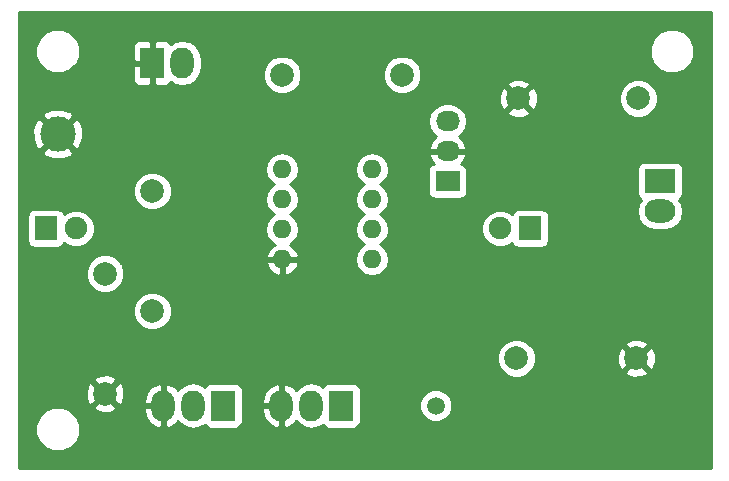
<source format=gbr>
G04 #@! TF.FileFunction,Copper,L2,Bot,Signal*
%FSLAX46Y46*%
G04 Gerber Fmt 4.6, Leading zero omitted, Abs format (unit mm)*
G04 Created by KiCad (PCBNEW 4.0.5+dfsg1-4) date Sat Jul  7 16:24:38 2018*
%MOMM*%
%LPD*%
G01*
G04 APERTURE LIST*
%ADD10C,0.100000*%
%ADD11R,1.900000X2.000000*%
%ADD12C,1.900000*%
%ADD13C,1.998980*%
%ADD14O,1.600000X1.600000*%
%ADD15R,2.000000X2.600000*%
%ADD16O,2.000000X2.600000*%
%ADD17R,2.600000X2.000000*%
%ADD18O,2.600000X2.000000*%
%ADD19C,3.000000*%
%ADD20C,1.500000*%
%ADD21R,2.032000X1.727200*%
%ADD22O,2.032000X1.727200*%
%ADD23C,0.254000*%
G04 APERTURE END LIST*
D10*
D11*
X149000000Y-120000000D03*
D12*
X151540000Y-120000000D03*
D13*
X158000000Y-127000000D03*
X158000000Y-116840000D03*
D14*
X169000000Y-115000000D03*
X169000000Y-117540000D03*
X169000000Y-120080000D03*
X169000000Y-122620000D03*
X176620000Y-122620000D03*
X176620000Y-120080000D03*
X176620000Y-117540000D03*
X176620000Y-115000000D03*
D11*
X190000000Y-120000000D03*
D12*
X187460000Y-120000000D03*
D15*
X164000000Y-135000000D03*
D16*
X161460000Y-135000000D03*
X158920000Y-135000000D03*
D15*
X174000000Y-135000000D03*
D16*
X171460000Y-135000000D03*
X168920000Y-135000000D03*
D15*
X158000000Y-106000000D03*
D16*
X160540000Y-106000000D03*
D17*
X201000000Y-116000000D03*
D18*
X201000000Y-118540000D03*
D19*
X150000000Y-112000000D03*
D20*
X182000000Y-135000000D03*
D21*
X183000000Y-116000000D03*
D22*
X183000000Y-113460000D03*
X183000000Y-110920000D03*
D13*
X199000000Y-131000000D03*
X188840000Y-131000000D03*
X189000000Y-109000000D03*
X199160000Y-109000000D03*
X154000000Y-134000000D03*
X154000000Y-123840000D03*
X169000000Y-107000000D03*
X179160000Y-107000000D03*
D23*
G36*
X205290000Y-140290000D02*
X146710000Y-140290000D01*
X146710000Y-137373305D01*
X148114674Y-137373305D01*
X148401043Y-138066372D01*
X148930839Y-138597093D01*
X149623405Y-138884672D01*
X150373305Y-138885326D01*
X151066372Y-138598957D01*
X151597093Y-138069161D01*
X151884672Y-137376595D01*
X151885326Y-136626695D01*
X151598957Y-135933628D01*
X151069161Y-135402907D01*
X150465304Y-135152163D01*
X153027443Y-135152163D01*
X153126042Y-135418965D01*
X153735582Y-135645401D01*
X154385377Y-135621341D01*
X154873958Y-135418965D01*
X154972557Y-135152163D01*
X154947395Y-135127000D01*
X157285000Y-135127000D01*
X157285000Y-135427000D01*
X157458058Y-136043020D01*
X157853683Y-136545922D01*
X158411645Y-136859144D01*
X158539566Y-136890124D01*
X158793000Y-136770777D01*
X158793000Y-135127000D01*
X157285000Y-135127000D01*
X154947395Y-135127000D01*
X154000000Y-134179605D01*
X153027443Y-135152163D01*
X150465304Y-135152163D01*
X150376595Y-135115328D01*
X149626695Y-135114674D01*
X148933628Y-135401043D01*
X148402907Y-135930839D01*
X148115328Y-136623405D01*
X148114674Y-137373305D01*
X146710000Y-137373305D01*
X146710000Y-133735582D01*
X152354599Y-133735582D01*
X152378659Y-134385377D01*
X152581035Y-134873958D01*
X152847837Y-134972557D01*
X153820395Y-134000000D01*
X154179605Y-134000000D01*
X155152163Y-134972557D01*
X155418965Y-134873958D01*
X155530766Y-134573000D01*
X157285000Y-134573000D01*
X157285000Y-134873000D01*
X158793000Y-134873000D01*
X158793000Y-133229223D01*
X159047000Y-133229223D01*
X159047000Y-134873000D01*
X159067000Y-134873000D01*
X159067000Y-135127000D01*
X159047000Y-135127000D01*
X159047000Y-136770777D01*
X159300434Y-136890124D01*
X159428355Y-136859144D01*
X159986317Y-136545922D01*
X160176781Y-136303812D01*
X160303880Y-136494029D01*
X160834313Y-136848452D01*
X161460000Y-136972909D01*
X162085687Y-136848452D01*
X162444192Y-136608907D01*
X162535910Y-136751441D01*
X162748110Y-136896431D01*
X163000000Y-136947440D01*
X165000000Y-136947440D01*
X165235317Y-136903162D01*
X165451441Y-136764090D01*
X165596431Y-136551890D01*
X165647440Y-136300000D01*
X165647440Y-135127000D01*
X167285000Y-135127000D01*
X167285000Y-135427000D01*
X167458058Y-136043020D01*
X167853683Y-136545922D01*
X168411645Y-136859144D01*
X168539566Y-136890124D01*
X168793000Y-136770777D01*
X168793000Y-135127000D01*
X167285000Y-135127000D01*
X165647440Y-135127000D01*
X165647440Y-134573000D01*
X167285000Y-134573000D01*
X167285000Y-134873000D01*
X168793000Y-134873000D01*
X168793000Y-133229223D01*
X169047000Y-133229223D01*
X169047000Y-134873000D01*
X169067000Y-134873000D01*
X169067000Y-135127000D01*
X169047000Y-135127000D01*
X169047000Y-136770777D01*
X169300434Y-136890124D01*
X169428355Y-136859144D01*
X169986317Y-136545922D01*
X170176781Y-136303812D01*
X170303880Y-136494029D01*
X170834313Y-136848452D01*
X171460000Y-136972909D01*
X172085687Y-136848452D01*
X172444192Y-136608907D01*
X172535910Y-136751441D01*
X172748110Y-136896431D01*
X173000000Y-136947440D01*
X175000000Y-136947440D01*
X175235317Y-136903162D01*
X175451441Y-136764090D01*
X175596431Y-136551890D01*
X175647440Y-136300000D01*
X175647440Y-135274285D01*
X180614760Y-135274285D01*
X180825169Y-135783515D01*
X181214436Y-136173461D01*
X181723298Y-136384759D01*
X182274285Y-136385240D01*
X182783515Y-136174831D01*
X183173461Y-135785564D01*
X183384759Y-135276702D01*
X183385240Y-134725715D01*
X183174831Y-134216485D01*
X182785564Y-133826539D01*
X182276702Y-133615241D01*
X181725715Y-133614760D01*
X181216485Y-133825169D01*
X180826539Y-134214436D01*
X180615241Y-134723298D01*
X180614760Y-135274285D01*
X175647440Y-135274285D01*
X175647440Y-133700000D01*
X175603162Y-133464683D01*
X175464090Y-133248559D01*
X175251890Y-133103569D01*
X175000000Y-133052560D01*
X173000000Y-133052560D01*
X172764683Y-133096838D01*
X172548559Y-133235910D01*
X172443049Y-133390329D01*
X172085687Y-133151548D01*
X171460000Y-133027091D01*
X170834313Y-133151548D01*
X170303880Y-133505971D01*
X170176781Y-133696188D01*
X169986317Y-133454078D01*
X169428355Y-133140856D01*
X169300434Y-133109876D01*
X169047000Y-133229223D01*
X168793000Y-133229223D01*
X168539566Y-133109876D01*
X168411645Y-133140856D01*
X167853683Y-133454078D01*
X167458058Y-133956980D01*
X167285000Y-134573000D01*
X165647440Y-134573000D01*
X165647440Y-133700000D01*
X165603162Y-133464683D01*
X165464090Y-133248559D01*
X165251890Y-133103569D01*
X165000000Y-133052560D01*
X163000000Y-133052560D01*
X162764683Y-133096838D01*
X162548559Y-133235910D01*
X162443049Y-133390329D01*
X162085687Y-133151548D01*
X161460000Y-133027091D01*
X160834313Y-133151548D01*
X160303880Y-133505971D01*
X160176781Y-133696188D01*
X159986317Y-133454078D01*
X159428355Y-133140856D01*
X159300434Y-133109876D01*
X159047000Y-133229223D01*
X158793000Y-133229223D01*
X158539566Y-133109876D01*
X158411645Y-133140856D01*
X157853683Y-133454078D01*
X157458058Y-133956980D01*
X157285000Y-134573000D01*
X155530766Y-134573000D01*
X155645401Y-134264418D01*
X155621341Y-133614623D01*
X155418965Y-133126042D01*
X155152163Y-133027443D01*
X154179605Y-134000000D01*
X153820395Y-134000000D01*
X152847837Y-133027443D01*
X152581035Y-133126042D01*
X152354599Y-133735582D01*
X146710000Y-133735582D01*
X146710000Y-132847837D01*
X153027443Y-132847837D01*
X154000000Y-133820395D01*
X154972557Y-132847837D01*
X154873958Y-132581035D01*
X154264418Y-132354599D01*
X153614623Y-132378659D01*
X153126042Y-132581035D01*
X153027443Y-132847837D01*
X146710000Y-132847837D01*
X146710000Y-131323694D01*
X187205226Y-131323694D01*
X187453538Y-131924655D01*
X187912927Y-132384846D01*
X188513453Y-132634206D01*
X189163694Y-132634774D01*
X189764655Y-132386462D01*
X189999363Y-132152163D01*
X198027443Y-132152163D01*
X198126042Y-132418965D01*
X198735582Y-132645401D01*
X199385377Y-132621341D01*
X199873958Y-132418965D01*
X199972557Y-132152163D01*
X199000000Y-131179605D01*
X198027443Y-132152163D01*
X189999363Y-132152163D01*
X190224846Y-131927073D01*
X190474206Y-131326547D01*
X190474722Y-130735582D01*
X197354599Y-130735582D01*
X197378659Y-131385377D01*
X197581035Y-131873958D01*
X197847837Y-131972557D01*
X198820395Y-131000000D01*
X199179605Y-131000000D01*
X200152163Y-131972557D01*
X200418965Y-131873958D01*
X200645401Y-131264418D01*
X200621341Y-130614623D01*
X200418965Y-130126042D01*
X200152163Y-130027443D01*
X199179605Y-131000000D01*
X198820395Y-131000000D01*
X197847837Y-130027443D01*
X197581035Y-130126042D01*
X197354599Y-130735582D01*
X190474722Y-130735582D01*
X190474774Y-130676306D01*
X190226462Y-130075345D01*
X189999351Y-129847837D01*
X198027443Y-129847837D01*
X199000000Y-130820395D01*
X199972557Y-129847837D01*
X199873958Y-129581035D01*
X199264418Y-129354599D01*
X198614623Y-129378659D01*
X198126042Y-129581035D01*
X198027443Y-129847837D01*
X189999351Y-129847837D01*
X189767073Y-129615154D01*
X189166547Y-129365794D01*
X188516306Y-129365226D01*
X187915345Y-129613538D01*
X187455154Y-130072927D01*
X187205794Y-130673453D01*
X187205226Y-131323694D01*
X146710000Y-131323694D01*
X146710000Y-127323694D01*
X156365226Y-127323694D01*
X156613538Y-127924655D01*
X157072927Y-128384846D01*
X157673453Y-128634206D01*
X158323694Y-128634774D01*
X158924655Y-128386462D01*
X159384846Y-127927073D01*
X159634206Y-127326547D01*
X159634774Y-126676306D01*
X159386462Y-126075345D01*
X158927073Y-125615154D01*
X158326547Y-125365794D01*
X157676306Y-125365226D01*
X157075345Y-125613538D01*
X156615154Y-126072927D01*
X156365794Y-126673453D01*
X156365226Y-127323694D01*
X146710000Y-127323694D01*
X146710000Y-124163694D01*
X152365226Y-124163694D01*
X152613538Y-124764655D01*
X153072927Y-125224846D01*
X153673453Y-125474206D01*
X154323694Y-125474774D01*
X154924655Y-125226462D01*
X155384846Y-124767073D01*
X155634206Y-124166547D01*
X155634774Y-123516306D01*
X155408648Y-122969039D01*
X167608096Y-122969039D01*
X167768959Y-123357423D01*
X168144866Y-123772389D01*
X168650959Y-124011914D01*
X168873000Y-123890629D01*
X168873000Y-122747000D01*
X169127000Y-122747000D01*
X169127000Y-123890629D01*
X169349041Y-124011914D01*
X169855134Y-123772389D01*
X170231041Y-123357423D01*
X170391904Y-122969039D01*
X170269915Y-122747000D01*
X169127000Y-122747000D01*
X168873000Y-122747000D01*
X167730085Y-122747000D01*
X167608096Y-122969039D01*
X155408648Y-122969039D01*
X155386462Y-122915345D01*
X154927073Y-122455154D01*
X154326547Y-122205794D01*
X153676306Y-122205226D01*
X153075345Y-122453538D01*
X152615154Y-122912927D01*
X152365794Y-123513453D01*
X152365226Y-124163694D01*
X146710000Y-124163694D01*
X146710000Y-119000000D01*
X147402560Y-119000000D01*
X147402560Y-121000000D01*
X147446838Y-121235317D01*
X147585910Y-121451441D01*
X147798110Y-121596431D01*
X148050000Y-121647440D01*
X149950000Y-121647440D01*
X150185317Y-121603162D01*
X150401441Y-121464090D01*
X150546431Y-121251890D01*
X150547055Y-121248808D01*
X150640997Y-121342914D01*
X151223341Y-121584724D01*
X151853893Y-121585275D01*
X152436657Y-121344481D01*
X152882914Y-120899003D01*
X153124724Y-120316659D01*
X153125275Y-119686107D01*
X152884481Y-119103343D01*
X152439003Y-118657086D01*
X151856659Y-118415276D01*
X151226107Y-118414725D01*
X150643343Y-118655519D01*
X150545663Y-118753029D01*
X150414090Y-118548559D01*
X150201890Y-118403569D01*
X149950000Y-118352560D01*
X148050000Y-118352560D01*
X147814683Y-118396838D01*
X147598559Y-118535910D01*
X147453569Y-118748110D01*
X147402560Y-119000000D01*
X146710000Y-119000000D01*
X146710000Y-117163694D01*
X156365226Y-117163694D01*
X156613538Y-117764655D01*
X157072927Y-118224846D01*
X157673453Y-118474206D01*
X158323694Y-118474774D01*
X158924655Y-118226462D01*
X159384846Y-117767073D01*
X159634206Y-117166547D01*
X159634774Y-116516306D01*
X159386462Y-115915345D01*
X158927073Y-115455154D01*
X158326547Y-115205794D01*
X157676306Y-115205226D01*
X157075345Y-115453538D01*
X156615154Y-115912927D01*
X156365794Y-116513453D01*
X156365226Y-117163694D01*
X146710000Y-117163694D01*
X146710000Y-115000000D01*
X167536887Y-115000000D01*
X167646120Y-115549151D01*
X167957189Y-116014698D01*
X168339275Y-116270000D01*
X167957189Y-116525302D01*
X167646120Y-116990849D01*
X167536887Y-117540000D01*
X167646120Y-118089151D01*
X167957189Y-118554698D01*
X168339275Y-118810000D01*
X167957189Y-119065302D01*
X167646120Y-119530849D01*
X167536887Y-120080000D01*
X167646120Y-120629151D01*
X167957189Y-121094698D01*
X168361703Y-121364986D01*
X168144866Y-121467611D01*
X167768959Y-121882577D01*
X167608096Y-122270961D01*
X167730085Y-122493000D01*
X168873000Y-122493000D01*
X168873000Y-122473000D01*
X169127000Y-122473000D01*
X169127000Y-122493000D01*
X170269915Y-122493000D01*
X170391904Y-122270961D01*
X170231041Y-121882577D01*
X169855134Y-121467611D01*
X169638297Y-121364986D01*
X170042811Y-121094698D01*
X170353880Y-120629151D01*
X170463113Y-120080000D01*
X170353880Y-119530849D01*
X170042811Y-119065302D01*
X169660725Y-118810000D01*
X170042811Y-118554698D01*
X170353880Y-118089151D01*
X170463113Y-117540000D01*
X170353880Y-116990849D01*
X170042811Y-116525302D01*
X169660725Y-116270000D01*
X170042811Y-116014698D01*
X170353880Y-115549151D01*
X170463113Y-115000000D01*
X175156887Y-115000000D01*
X175266120Y-115549151D01*
X175577189Y-116014698D01*
X175959275Y-116270000D01*
X175577189Y-116525302D01*
X175266120Y-116990849D01*
X175156887Y-117540000D01*
X175266120Y-118089151D01*
X175577189Y-118554698D01*
X175959275Y-118810000D01*
X175577189Y-119065302D01*
X175266120Y-119530849D01*
X175156887Y-120080000D01*
X175266120Y-120629151D01*
X175577189Y-121094698D01*
X175959275Y-121350000D01*
X175577189Y-121605302D01*
X175266120Y-122070849D01*
X175156887Y-122620000D01*
X175266120Y-123169151D01*
X175577189Y-123634698D01*
X176042736Y-123945767D01*
X176591887Y-124055000D01*
X176648113Y-124055000D01*
X177197264Y-123945767D01*
X177662811Y-123634698D01*
X177973880Y-123169151D01*
X178083113Y-122620000D01*
X177973880Y-122070849D01*
X177662811Y-121605302D01*
X177280725Y-121350000D01*
X177662811Y-121094698D01*
X177973880Y-120629151D01*
X178036588Y-120313893D01*
X185874725Y-120313893D01*
X186115519Y-120896657D01*
X186560997Y-121342914D01*
X187143341Y-121584724D01*
X187773893Y-121585275D01*
X188356657Y-121344481D01*
X188454337Y-121246971D01*
X188585910Y-121451441D01*
X188798110Y-121596431D01*
X189050000Y-121647440D01*
X190950000Y-121647440D01*
X191185317Y-121603162D01*
X191401441Y-121464090D01*
X191546431Y-121251890D01*
X191597440Y-121000000D01*
X191597440Y-119000000D01*
X191553162Y-118764683D01*
X191414090Y-118548559D01*
X191401564Y-118540000D01*
X199027091Y-118540000D01*
X199151548Y-119165687D01*
X199505971Y-119696120D01*
X200036404Y-120050543D01*
X200662091Y-120175000D01*
X201337909Y-120175000D01*
X201963596Y-120050543D01*
X202494029Y-119696120D01*
X202848452Y-119165687D01*
X202972909Y-118540000D01*
X202848452Y-117914313D01*
X202608907Y-117555808D01*
X202751441Y-117464090D01*
X202896431Y-117251890D01*
X202947440Y-117000000D01*
X202947440Y-115000000D01*
X202903162Y-114764683D01*
X202764090Y-114548559D01*
X202551890Y-114403569D01*
X202300000Y-114352560D01*
X199700000Y-114352560D01*
X199464683Y-114396838D01*
X199248559Y-114535910D01*
X199103569Y-114748110D01*
X199052560Y-115000000D01*
X199052560Y-117000000D01*
X199096838Y-117235317D01*
X199235910Y-117451441D01*
X199390329Y-117556951D01*
X199151548Y-117914313D01*
X199027091Y-118540000D01*
X191401564Y-118540000D01*
X191201890Y-118403569D01*
X190950000Y-118352560D01*
X189050000Y-118352560D01*
X188814683Y-118396838D01*
X188598559Y-118535910D01*
X188453569Y-118748110D01*
X188452945Y-118751192D01*
X188359003Y-118657086D01*
X187776659Y-118415276D01*
X187146107Y-118414725D01*
X186563343Y-118655519D01*
X186117086Y-119100997D01*
X185875276Y-119683341D01*
X185874725Y-120313893D01*
X178036588Y-120313893D01*
X178083113Y-120080000D01*
X177973880Y-119530849D01*
X177662811Y-119065302D01*
X177280725Y-118810000D01*
X177662811Y-118554698D01*
X177973880Y-118089151D01*
X178083113Y-117540000D01*
X177973880Y-116990849D01*
X177662811Y-116525302D01*
X177280725Y-116270000D01*
X177662811Y-116014698D01*
X177973880Y-115549151D01*
X178055981Y-115136400D01*
X181336560Y-115136400D01*
X181336560Y-116863600D01*
X181380838Y-117098917D01*
X181519910Y-117315041D01*
X181732110Y-117460031D01*
X181984000Y-117511040D01*
X184016000Y-117511040D01*
X184251317Y-117466762D01*
X184467441Y-117327690D01*
X184612431Y-117115490D01*
X184663440Y-116863600D01*
X184663440Y-115136400D01*
X184619162Y-114901083D01*
X184480090Y-114684959D01*
X184267890Y-114539969D01*
X184173073Y-114520768D01*
X184350732Y-114362036D01*
X184604709Y-113834791D01*
X184607358Y-113819026D01*
X184486217Y-113587000D01*
X183127000Y-113587000D01*
X183127000Y-113607000D01*
X182873000Y-113607000D01*
X182873000Y-113587000D01*
X181513783Y-113587000D01*
X181392642Y-113819026D01*
X181395291Y-113834791D01*
X181649268Y-114362036D01*
X181824845Y-114518907D01*
X181748683Y-114533238D01*
X181532559Y-114672310D01*
X181387569Y-114884510D01*
X181336560Y-115136400D01*
X178055981Y-115136400D01*
X178083113Y-115000000D01*
X177973880Y-114450849D01*
X177662811Y-113985302D01*
X177197264Y-113674233D01*
X176648113Y-113565000D01*
X176591887Y-113565000D01*
X176042736Y-113674233D01*
X175577189Y-113985302D01*
X175266120Y-114450849D01*
X175156887Y-115000000D01*
X170463113Y-115000000D01*
X170353880Y-114450849D01*
X170042811Y-113985302D01*
X169577264Y-113674233D01*
X169028113Y-113565000D01*
X168971887Y-113565000D01*
X168422736Y-113674233D01*
X167957189Y-113985302D01*
X167646120Y-114450849D01*
X167536887Y-115000000D01*
X146710000Y-115000000D01*
X146710000Y-113513970D01*
X148665635Y-113513970D01*
X148825418Y-113832739D01*
X149616187Y-114142723D01*
X150465387Y-114126497D01*
X151174582Y-113832739D01*
X151334365Y-113513970D01*
X150000000Y-112179605D01*
X148665635Y-113513970D01*
X146710000Y-113513970D01*
X146710000Y-111616187D01*
X147857277Y-111616187D01*
X147873503Y-112465387D01*
X148167261Y-113174582D01*
X148486030Y-113334365D01*
X149820395Y-112000000D01*
X150179605Y-112000000D01*
X151513970Y-113334365D01*
X151832739Y-113174582D01*
X152142723Y-112383813D01*
X152126497Y-111534613D01*
X151871917Y-110920000D01*
X181316655Y-110920000D01*
X181430729Y-111493489D01*
X181755585Y-111979670D01*
X182065069Y-112186461D01*
X181649268Y-112557964D01*
X181395291Y-113085209D01*
X181392642Y-113100974D01*
X181513783Y-113333000D01*
X182873000Y-113333000D01*
X182873000Y-113313000D01*
X183127000Y-113313000D01*
X183127000Y-113333000D01*
X184486217Y-113333000D01*
X184607358Y-113100974D01*
X184604709Y-113085209D01*
X184350732Y-112557964D01*
X183934931Y-112186461D01*
X184244415Y-111979670D01*
X184569271Y-111493489D01*
X184683345Y-110920000D01*
X184569271Y-110346511D01*
X184439412Y-110152163D01*
X188027443Y-110152163D01*
X188126042Y-110418965D01*
X188735582Y-110645401D01*
X189385377Y-110621341D01*
X189873958Y-110418965D01*
X189972557Y-110152163D01*
X189000000Y-109179605D01*
X188027443Y-110152163D01*
X184439412Y-110152163D01*
X184244415Y-109860330D01*
X183758234Y-109535474D01*
X183184745Y-109421400D01*
X182815255Y-109421400D01*
X182241766Y-109535474D01*
X181755585Y-109860330D01*
X181430729Y-110346511D01*
X181316655Y-110920000D01*
X151871917Y-110920000D01*
X151832739Y-110825418D01*
X151513970Y-110665635D01*
X150179605Y-112000000D01*
X149820395Y-112000000D01*
X148486030Y-110665635D01*
X148167261Y-110825418D01*
X147857277Y-111616187D01*
X146710000Y-111616187D01*
X146710000Y-110486030D01*
X148665635Y-110486030D01*
X150000000Y-111820395D01*
X151334365Y-110486030D01*
X151174582Y-110167261D01*
X150383813Y-109857277D01*
X149534613Y-109873503D01*
X148825418Y-110167261D01*
X148665635Y-110486030D01*
X146710000Y-110486030D01*
X146710000Y-108735582D01*
X187354599Y-108735582D01*
X187378659Y-109385377D01*
X187581035Y-109873958D01*
X187847837Y-109972557D01*
X188820395Y-109000000D01*
X189179605Y-109000000D01*
X190152163Y-109972557D01*
X190418965Y-109873958D01*
X190623380Y-109323694D01*
X197525226Y-109323694D01*
X197773538Y-109924655D01*
X198232927Y-110384846D01*
X198833453Y-110634206D01*
X199483694Y-110634774D01*
X200084655Y-110386462D01*
X200544846Y-109927073D01*
X200794206Y-109326547D01*
X200794774Y-108676306D01*
X200546462Y-108075345D01*
X200087073Y-107615154D01*
X199486547Y-107365794D01*
X198836306Y-107365226D01*
X198235345Y-107613538D01*
X197775154Y-108072927D01*
X197525794Y-108673453D01*
X197525226Y-109323694D01*
X190623380Y-109323694D01*
X190645401Y-109264418D01*
X190621341Y-108614623D01*
X190418965Y-108126042D01*
X190152163Y-108027443D01*
X189179605Y-109000000D01*
X188820395Y-109000000D01*
X187847837Y-108027443D01*
X187581035Y-108126042D01*
X187354599Y-108735582D01*
X146710000Y-108735582D01*
X146710000Y-105373305D01*
X148114674Y-105373305D01*
X148401043Y-106066372D01*
X148930839Y-106597093D01*
X149623405Y-106884672D01*
X150373305Y-106885326D01*
X151066372Y-106598957D01*
X151380125Y-106285750D01*
X156365000Y-106285750D01*
X156365000Y-107426310D01*
X156461673Y-107659699D01*
X156640302Y-107838327D01*
X156873691Y-107935000D01*
X157714250Y-107935000D01*
X157873000Y-107776250D01*
X157873000Y-106127000D01*
X156523750Y-106127000D01*
X156365000Y-106285750D01*
X151380125Y-106285750D01*
X151597093Y-106069161D01*
X151884672Y-105376595D01*
X151885326Y-104626695D01*
X151863425Y-104573690D01*
X156365000Y-104573690D01*
X156365000Y-105714250D01*
X156523750Y-105873000D01*
X157873000Y-105873000D01*
X157873000Y-104223750D01*
X158127000Y-104223750D01*
X158127000Y-105873000D01*
X158147000Y-105873000D01*
X158147000Y-106127000D01*
X158127000Y-106127000D01*
X158127000Y-107776250D01*
X158285750Y-107935000D01*
X159126309Y-107935000D01*
X159359698Y-107838327D01*
X159538327Y-107659699D01*
X159558594Y-107610769D01*
X159914313Y-107848452D01*
X160540000Y-107972909D01*
X161165687Y-107848452D01*
X161696120Y-107494029D01*
X161809933Y-107323694D01*
X167365226Y-107323694D01*
X167613538Y-107924655D01*
X168072927Y-108384846D01*
X168673453Y-108634206D01*
X169323694Y-108634774D01*
X169924655Y-108386462D01*
X170384846Y-107927073D01*
X170634206Y-107326547D01*
X170634208Y-107323694D01*
X177525226Y-107323694D01*
X177773538Y-107924655D01*
X178232927Y-108384846D01*
X178833453Y-108634206D01*
X179483694Y-108634774D01*
X180084655Y-108386462D01*
X180544846Y-107927073D01*
X180577747Y-107847837D01*
X188027443Y-107847837D01*
X189000000Y-108820395D01*
X189972557Y-107847837D01*
X189873958Y-107581035D01*
X189264418Y-107354599D01*
X188614623Y-107378659D01*
X188126042Y-107581035D01*
X188027443Y-107847837D01*
X180577747Y-107847837D01*
X180794206Y-107326547D01*
X180794774Y-106676306D01*
X180546462Y-106075345D01*
X180087073Y-105615154D01*
X179504636Y-105373305D01*
X200114674Y-105373305D01*
X200401043Y-106066372D01*
X200930839Y-106597093D01*
X201623405Y-106884672D01*
X202373305Y-106885326D01*
X203066372Y-106598957D01*
X203597093Y-106069161D01*
X203884672Y-105376595D01*
X203885326Y-104626695D01*
X203598957Y-103933628D01*
X203069161Y-103402907D01*
X202376595Y-103115328D01*
X201626695Y-103114674D01*
X200933628Y-103401043D01*
X200402907Y-103930839D01*
X200115328Y-104623405D01*
X200114674Y-105373305D01*
X179504636Y-105373305D01*
X179486547Y-105365794D01*
X178836306Y-105365226D01*
X178235345Y-105613538D01*
X177775154Y-106072927D01*
X177525794Y-106673453D01*
X177525226Y-107323694D01*
X170634208Y-107323694D01*
X170634774Y-106676306D01*
X170386462Y-106075345D01*
X169927073Y-105615154D01*
X169326547Y-105365794D01*
X168676306Y-105365226D01*
X168075345Y-105613538D01*
X167615154Y-106072927D01*
X167365794Y-106673453D01*
X167365226Y-107323694D01*
X161809933Y-107323694D01*
X162050543Y-106963596D01*
X162175000Y-106337909D01*
X162175000Y-105662091D01*
X162050543Y-105036404D01*
X161696120Y-104505971D01*
X161165687Y-104151548D01*
X160540000Y-104027091D01*
X159914313Y-104151548D01*
X159558594Y-104389231D01*
X159538327Y-104340301D01*
X159359698Y-104161673D01*
X159126309Y-104065000D01*
X158285750Y-104065000D01*
X158127000Y-104223750D01*
X157873000Y-104223750D01*
X157714250Y-104065000D01*
X156873691Y-104065000D01*
X156640302Y-104161673D01*
X156461673Y-104340301D01*
X156365000Y-104573690D01*
X151863425Y-104573690D01*
X151598957Y-103933628D01*
X151069161Y-103402907D01*
X150376595Y-103115328D01*
X149626695Y-103114674D01*
X148933628Y-103401043D01*
X148402907Y-103930839D01*
X148115328Y-104623405D01*
X148114674Y-105373305D01*
X146710000Y-105373305D01*
X146710000Y-101710000D01*
X205290000Y-101710000D01*
X205290000Y-140290000D01*
X205290000Y-140290000D01*
G37*
X205290000Y-140290000D02*
X146710000Y-140290000D01*
X146710000Y-137373305D01*
X148114674Y-137373305D01*
X148401043Y-138066372D01*
X148930839Y-138597093D01*
X149623405Y-138884672D01*
X150373305Y-138885326D01*
X151066372Y-138598957D01*
X151597093Y-138069161D01*
X151884672Y-137376595D01*
X151885326Y-136626695D01*
X151598957Y-135933628D01*
X151069161Y-135402907D01*
X150465304Y-135152163D01*
X153027443Y-135152163D01*
X153126042Y-135418965D01*
X153735582Y-135645401D01*
X154385377Y-135621341D01*
X154873958Y-135418965D01*
X154972557Y-135152163D01*
X154947395Y-135127000D01*
X157285000Y-135127000D01*
X157285000Y-135427000D01*
X157458058Y-136043020D01*
X157853683Y-136545922D01*
X158411645Y-136859144D01*
X158539566Y-136890124D01*
X158793000Y-136770777D01*
X158793000Y-135127000D01*
X157285000Y-135127000D01*
X154947395Y-135127000D01*
X154000000Y-134179605D01*
X153027443Y-135152163D01*
X150465304Y-135152163D01*
X150376595Y-135115328D01*
X149626695Y-135114674D01*
X148933628Y-135401043D01*
X148402907Y-135930839D01*
X148115328Y-136623405D01*
X148114674Y-137373305D01*
X146710000Y-137373305D01*
X146710000Y-133735582D01*
X152354599Y-133735582D01*
X152378659Y-134385377D01*
X152581035Y-134873958D01*
X152847837Y-134972557D01*
X153820395Y-134000000D01*
X154179605Y-134000000D01*
X155152163Y-134972557D01*
X155418965Y-134873958D01*
X155530766Y-134573000D01*
X157285000Y-134573000D01*
X157285000Y-134873000D01*
X158793000Y-134873000D01*
X158793000Y-133229223D01*
X159047000Y-133229223D01*
X159047000Y-134873000D01*
X159067000Y-134873000D01*
X159067000Y-135127000D01*
X159047000Y-135127000D01*
X159047000Y-136770777D01*
X159300434Y-136890124D01*
X159428355Y-136859144D01*
X159986317Y-136545922D01*
X160176781Y-136303812D01*
X160303880Y-136494029D01*
X160834313Y-136848452D01*
X161460000Y-136972909D01*
X162085687Y-136848452D01*
X162444192Y-136608907D01*
X162535910Y-136751441D01*
X162748110Y-136896431D01*
X163000000Y-136947440D01*
X165000000Y-136947440D01*
X165235317Y-136903162D01*
X165451441Y-136764090D01*
X165596431Y-136551890D01*
X165647440Y-136300000D01*
X165647440Y-135127000D01*
X167285000Y-135127000D01*
X167285000Y-135427000D01*
X167458058Y-136043020D01*
X167853683Y-136545922D01*
X168411645Y-136859144D01*
X168539566Y-136890124D01*
X168793000Y-136770777D01*
X168793000Y-135127000D01*
X167285000Y-135127000D01*
X165647440Y-135127000D01*
X165647440Y-134573000D01*
X167285000Y-134573000D01*
X167285000Y-134873000D01*
X168793000Y-134873000D01*
X168793000Y-133229223D01*
X169047000Y-133229223D01*
X169047000Y-134873000D01*
X169067000Y-134873000D01*
X169067000Y-135127000D01*
X169047000Y-135127000D01*
X169047000Y-136770777D01*
X169300434Y-136890124D01*
X169428355Y-136859144D01*
X169986317Y-136545922D01*
X170176781Y-136303812D01*
X170303880Y-136494029D01*
X170834313Y-136848452D01*
X171460000Y-136972909D01*
X172085687Y-136848452D01*
X172444192Y-136608907D01*
X172535910Y-136751441D01*
X172748110Y-136896431D01*
X173000000Y-136947440D01*
X175000000Y-136947440D01*
X175235317Y-136903162D01*
X175451441Y-136764090D01*
X175596431Y-136551890D01*
X175647440Y-136300000D01*
X175647440Y-135274285D01*
X180614760Y-135274285D01*
X180825169Y-135783515D01*
X181214436Y-136173461D01*
X181723298Y-136384759D01*
X182274285Y-136385240D01*
X182783515Y-136174831D01*
X183173461Y-135785564D01*
X183384759Y-135276702D01*
X183385240Y-134725715D01*
X183174831Y-134216485D01*
X182785564Y-133826539D01*
X182276702Y-133615241D01*
X181725715Y-133614760D01*
X181216485Y-133825169D01*
X180826539Y-134214436D01*
X180615241Y-134723298D01*
X180614760Y-135274285D01*
X175647440Y-135274285D01*
X175647440Y-133700000D01*
X175603162Y-133464683D01*
X175464090Y-133248559D01*
X175251890Y-133103569D01*
X175000000Y-133052560D01*
X173000000Y-133052560D01*
X172764683Y-133096838D01*
X172548559Y-133235910D01*
X172443049Y-133390329D01*
X172085687Y-133151548D01*
X171460000Y-133027091D01*
X170834313Y-133151548D01*
X170303880Y-133505971D01*
X170176781Y-133696188D01*
X169986317Y-133454078D01*
X169428355Y-133140856D01*
X169300434Y-133109876D01*
X169047000Y-133229223D01*
X168793000Y-133229223D01*
X168539566Y-133109876D01*
X168411645Y-133140856D01*
X167853683Y-133454078D01*
X167458058Y-133956980D01*
X167285000Y-134573000D01*
X165647440Y-134573000D01*
X165647440Y-133700000D01*
X165603162Y-133464683D01*
X165464090Y-133248559D01*
X165251890Y-133103569D01*
X165000000Y-133052560D01*
X163000000Y-133052560D01*
X162764683Y-133096838D01*
X162548559Y-133235910D01*
X162443049Y-133390329D01*
X162085687Y-133151548D01*
X161460000Y-133027091D01*
X160834313Y-133151548D01*
X160303880Y-133505971D01*
X160176781Y-133696188D01*
X159986317Y-133454078D01*
X159428355Y-133140856D01*
X159300434Y-133109876D01*
X159047000Y-133229223D01*
X158793000Y-133229223D01*
X158539566Y-133109876D01*
X158411645Y-133140856D01*
X157853683Y-133454078D01*
X157458058Y-133956980D01*
X157285000Y-134573000D01*
X155530766Y-134573000D01*
X155645401Y-134264418D01*
X155621341Y-133614623D01*
X155418965Y-133126042D01*
X155152163Y-133027443D01*
X154179605Y-134000000D01*
X153820395Y-134000000D01*
X152847837Y-133027443D01*
X152581035Y-133126042D01*
X152354599Y-133735582D01*
X146710000Y-133735582D01*
X146710000Y-132847837D01*
X153027443Y-132847837D01*
X154000000Y-133820395D01*
X154972557Y-132847837D01*
X154873958Y-132581035D01*
X154264418Y-132354599D01*
X153614623Y-132378659D01*
X153126042Y-132581035D01*
X153027443Y-132847837D01*
X146710000Y-132847837D01*
X146710000Y-131323694D01*
X187205226Y-131323694D01*
X187453538Y-131924655D01*
X187912927Y-132384846D01*
X188513453Y-132634206D01*
X189163694Y-132634774D01*
X189764655Y-132386462D01*
X189999363Y-132152163D01*
X198027443Y-132152163D01*
X198126042Y-132418965D01*
X198735582Y-132645401D01*
X199385377Y-132621341D01*
X199873958Y-132418965D01*
X199972557Y-132152163D01*
X199000000Y-131179605D01*
X198027443Y-132152163D01*
X189999363Y-132152163D01*
X190224846Y-131927073D01*
X190474206Y-131326547D01*
X190474722Y-130735582D01*
X197354599Y-130735582D01*
X197378659Y-131385377D01*
X197581035Y-131873958D01*
X197847837Y-131972557D01*
X198820395Y-131000000D01*
X199179605Y-131000000D01*
X200152163Y-131972557D01*
X200418965Y-131873958D01*
X200645401Y-131264418D01*
X200621341Y-130614623D01*
X200418965Y-130126042D01*
X200152163Y-130027443D01*
X199179605Y-131000000D01*
X198820395Y-131000000D01*
X197847837Y-130027443D01*
X197581035Y-130126042D01*
X197354599Y-130735582D01*
X190474722Y-130735582D01*
X190474774Y-130676306D01*
X190226462Y-130075345D01*
X189999351Y-129847837D01*
X198027443Y-129847837D01*
X199000000Y-130820395D01*
X199972557Y-129847837D01*
X199873958Y-129581035D01*
X199264418Y-129354599D01*
X198614623Y-129378659D01*
X198126042Y-129581035D01*
X198027443Y-129847837D01*
X189999351Y-129847837D01*
X189767073Y-129615154D01*
X189166547Y-129365794D01*
X188516306Y-129365226D01*
X187915345Y-129613538D01*
X187455154Y-130072927D01*
X187205794Y-130673453D01*
X187205226Y-131323694D01*
X146710000Y-131323694D01*
X146710000Y-127323694D01*
X156365226Y-127323694D01*
X156613538Y-127924655D01*
X157072927Y-128384846D01*
X157673453Y-128634206D01*
X158323694Y-128634774D01*
X158924655Y-128386462D01*
X159384846Y-127927073D01*
X159634206Y-127326547D01*
X159634774Y-126676306D01*
X159386462Y-126075345D01*
X158927073Y-125615154D01*
X158326547Y-125365794D01*
X157676306Y-125365226D01*
X157075345Y-125613538D01*
X156615154Y-126072927D01*
X156365794Y-126673453D01*
X156365226Y-127323694D01*
X146710000Y-127323694D01*
X146710000Y-124163694D01*
X152365226Y-124163694D01*
X152613538Y-124764655D01*
X153072927Y-125224846D01*
X153673453Y-125474206D01*
X154323694Y-125474774D01*
X154924655Y-125226462D01*
X155384846Y-124767073D01*
X155634206Y-124166547D01*
X155634774Y-123516306D01*
X155408648Y-122969039D01*
X167608096Y-122969039D01*
X167768959Y-123357423D01*
X168144866Y-123772389D01*
X168650959Y-124011914D01*
X168873000Y-123890629D01*
X168873000Y-122747000D01*
X169127000Y-122747000D01*
X169127000Y-123890629D01*
X169349041Y-124011914D01*
X169855134Y-123772389D01*
X170231041Y-123357423D01*
X170391904Y-122969039D01*
X170269915Y-122747000D01*
X169127000Y-122747000D01*
X168873000Y-122747000D01*
X167730085Y-122747000D01*
X167608096Y-122969039D01*
X155408648Y-122969039D01*
X155386462Y-122915345D01*
X154927073Y-122455154D01*
X154326547Y-122205794D01*
X153676306Y-122205226D01*
X153075345Y-122453538D01*
X152615154Y-122912927D01*
X152365794Y-123513453D01*
X152365226Y-124163694D01*
X146710000Y-124163694D01*
X146710000Y-119000000D01*
X147402560Y-119000000D01*
X147402560Y-121000000D01*
X147446838Y-121235317D01*
X147585910Y-121451441D01*
X147798110Y-121596431D01*
X148050000Y-121647440D01*
X149950000Y-121647440D01*
X150185317Y-121603162D01*
X150401441Y-121464090D01*
X150546431Y-121251890D01*
X150547055Y-121248808D01*
X150640997Y-121342914D01*
X151223341Y-121584724D01*
X151853893Y-121585275D01*
X152436657Y-121344481D01*
X152882914Y-120899003D01*
X153124724Y-120316659D01*
X153125275Y-119686107D01*
X152884481Y-119103343D01*
X152439003Y-118657086D01*
X151856659Y-118415276D01*
X151226107Y-118414725D01*
X150643343Y-118655519D01*
X150545663Y-118753029D01*
X150414090Y-118548559D01*
X150201890Y-118403569D01*
X149950000Y-118352560D01*
X148050000Y-118352560D01*
X147814683Y-118396838D01*
X147598559Y-118535910D01*
X147453569Y-118748110D01*
X147402560Y-119000000D01*
X146710000Y-119000000D01*
X146710000Y-117163694D01*
X156365226Y-117163694D01*
X156613538Y-117764655D01*
X157072927Y-118224846D01*
X157673453Y-118474206D01*
X158323694Y-118474774D01*
X158924655Y-118226462D01*
X159384846Y-117767073D01*
X159634206Y-117166547D01*
X159634774Y-116516306D01*
X159386462Y-115915345D01*
X158927073Y-115455154D01*
X158326547Y-115205794D01*
X157676306Y-115205226D01*
X157075345Y-115453538D01*
X156615154Y-115912927D01*
X156365794Y-116513453D01*
X156365226Y-117163694D01*
X146710000Y-117163694D01*
X146710000Y-115000000D01*
X167536887Y-115000000D01*
X167646120Y-115549151D01*
X167957189Y-116014698D01*
X168339275Y-116270000D01*
X167957189Y-116525302D01*
X167646120Y-116990849D01*
X167536887Y-117540000D01*
X167646120Y-118089151D01*
X167957189Y-118554698D01*
X168339275Y-118810000D01*
X167957189Y-119065302D01*
X167646120Y-119530849D01*
X167536887Y-120080000D01*
X167646120Y-120629151D01*
X167957189Y-121094698D01*
X168361703Y-121364986D01*
X168144866Y-121467611D01*
X167768959Y-121882577D01*
X167608096Y-122270961D01*
X167730085Y-122493000D01*
X168873000Y-122493000D01*
X168873000Y-122473000D01*
X169127000Y-122473000D01*
X169127000Y-122493000D01*
X170269915Y-122493000D01*
X170391904Y-122270961D01*
X170231041Y-121882577D01*
X169855134Y-121467611D01*
X169638297Y-121364986D01*
X170042811Y-121094698D01*
X170353880Y-120629151D01*
X170463113Y-120080000D01*
X170353880Y-119530849D01*
X170042811Y-119065302D01*
X169660725Y-118810000D01*
X170042811Y-118554698D01*
X170353880Y-118089151D01*
X170463113Y-117540000D01*
X170353880Y-116990849D01*
X170042811Y-116525302D01*
X169660725Y-116270000D01*
X170042811Y-116014698D01*
X170353880Y-115549151D01*
X170463113Y-115000000D01*
X175156887Y-115000000D01*
X175266120Y-115549151D01*
X175577189Y-116014698D01*
X175959275Y-116270000D01*
X175577189Y-116525302D01*
X175266120Y-116990849D01*
X175156887Y-117540000D01*
X175266120Y-118089151D01*
X175577189Y-118554698D01*
X175959275Y-118810000D01*
X175577189Y-119065302D01*
X175266120Y-119530849D01*
X175156887Y-120080000D01*
X175266120Y-120629151D01*
X175577189Y-121094698D01*
X175959275Y-121350000D01*
X175577189Y-121605302D01*
X175266120Y-122070849D01*
X175156887Y-122620000D01*
X175266120Y-123169151D01*
X175577189Y-123634698D01*
X176042736Y-123945767D01*
X176591887Y-124055000D01*
X176648113Y-124055000D01*
X177197264Y-123945767D01*
X177662811Y-123634698D01*
X177973880Y-123169151D01*
X178083113Y-122620000D01*
X177973880Y-122070849D01*
X177662811Y-121605302D01*
X177280725Y-121350000D01*
X177662811Y-121094698D01*
X177973880Y-120629151D01*
X178036588Y-120313893D01*
X185874725Y-120313893D01*
X186115519Y-120896657D01*
X186560997Y-121342914D01*
X187143341Y-121584724D01*
X187773893Y-121585275D01*
X188356657Y-121344481D01*
X188454337Y-121246971D01*
X188585910Y-121451441D01*
X188798110Y-121596431D01*
X189050000Y-121647440D01*
X190950000Y-121647440D01*
X191185317Y-121603162D01*
X191401441Y-121464090D01*
X191546431Y-121251890D01*
X191597440Y-121000000D01*
X191597440Y-119000000D01*
X191553162Y-118764683D01*
X191414090Y-118548559D01*
X191401564Y-118540000D01*
X199027091Y-118540000D01*
X199151548Y-119165687D01*
X199505971Y-119696120D01*
X200036404Y-120050543D01*
X200662091Y-120175000D01*
X201337909Y-120175000D01*
X201963596Y-120050543D01*
X202494029Y-119696120D01*
X202848452Y-119165687D01*
X202972909Y-118540000D01*
X202848452Y-117914313D01*
X202608907Y-117555808D01*
X202751441Y-117464090D01*
X202896431Y-117251890D01*
X202947440Y-117000000D01*
X202947440Y-115000000D01*
X202903162Y-114764683D01*
X202764090Y-114548559D01*
X202551890Y-114403569D01*
X202300000Y-114352560D01*
X199700000Y-114352560D01*
X199464683Y-114396838D01*
X199248559Y-114535910D01*
X199103569Y-114748110D01*
X199052560Y-115000000D01*
X199052560Y-117000000D01*
X199096838Y-117235317D01*
X199235910Y-117451441D01*
X199390329Y-117556951D01*
X199151548Y-117914313D01*
X199027091Y-118540000D01*
X191401564Y-118540000D01*
X191201890Y-118403569D01*
X190950000Y-118352560D01*
X189050000Y-118352560D01*
X188814683Y-118396838D01*
X188598559Y-118535910D01*
X188453569Y-118748110D01*
X188452945Y-118751192D01*
X188359003Y-118657086D01*
X187776659Y-118415276D01*
X187146107Y-118414725D01*
X186563343Y-118655519D01*
X186117086Y-119100997D01*
X185875276Y-119683341D01*
X185874725Y-120313893D01*
X178036588Y-120313893D01*
X178083113Y-120080000D01*
X177973880Y-119530849D01*
X177662811Y-119065302D01*
X177280725Y-118810000D01*
X177662811Y-118554698D01*
X177973880Y-118089151D01*
X178083113Y-117540000D01*
X177973880Y-116990849D01*
X177662811Y-116525302D01*
X177280725Y-116270000D01*
X177662811Y-116014698D01*
X177973880Y-115549151D01*
X178055981Y-115136400D01*
X181336560Y-115136400D01*
X181336560Y-116863600D01*
X181380838Y-117098917D01*
X181519910Y-117315041D01*
X181732110Y-117460031D01*
X181984000Y-117511040D01*
X184016000Y-117511040D01*
X184251317Y-117466762D01*
X184467441Y-117327690D01*
X184612431Y-117115490D01*
X184663440Y-116863600D01*
X184663440Y-115136400D01*
X184619162Y-114901083D01*
X184480090Y-114684959D01*
X184267890Y-114539969D01*
X184173073Y-114520768D01*
X184350732Y-114362036D01*
X184604709Y-113834791D01*
X184607358Y-113819026D01*
X184486217Y-113587000D01*
X183127000Y-113587000D01*
X183127000Y-113607000D01*
X182873000Y-113607000D01*
X182873000Y-113587000D01*
X181513783Y-113587000D01*
X181392642Y-113819026D01*
X181395291Y-113834791D01*
X181649268Y-114362036D01*
X181824845Y-114518907D01*
X181748683Y-114533238D01*
X181532559Y-114672310D01*
X181387569Y-114884510D01*
X181336560Y-115136400D01*
X178055981Y-115136400D01*
X178083113Y-115000000D01*
X177973880Y-114450849D01*
X177662811Y-113985302D01*
X177197264Y-113674233D01*
X176648113Y-113565000D01*
X176591887Y-113565000D01*
X176042736Y-113674233D01*
X175577189Y-113985302D01*
X175266120Y-114450849D01*
X175156887Y-115000000D01*
X170463113Y-115000000D01*
X170353880Y-114450849D01*
X170042811Y-113985302D01*
X169577264Y-113674233D01*
X169028113Y-113565000D01*
X168971887Y-113565000D01*
X168422736Y-113674233D01*
X167957189Y-113985302D01*
X167646120Y-114450849D01*
X167536887Y-115000000D01*
X146710000Y-115000000D01*
X146710000Y-113513970D01*
X148665635Y-113513970D01*
X148825418Y-113832739D01*
X149616187Y-114142723D01*
X150465387Y-114126497D01*
X151174582Y-113832739D01*
X151334365Y-113513970D01*
X150000000Y-112179605D01*
X148665635Y-113513970D01*
X146710000Y-113513970D01*
X146710000Y-111616187D01*
X147857277Y-111616187D01*
X147873503Y-112465387D01*
X148167261Y-113174582D01*
X148486030Y-113334365D01*
X149820395Y-112000000D01*
X150179605Y-112000000D01*
X151513970Y-113334365D01*
X151832739Y-113174582D01*
X152142723Y-112383813D01*
X152126497Y-111534613D01*
X151871917Y-110920000D01*
X181316655Y-110920000D01*
X181430729Y-111493489D01*
X181755585Y-111979670D01*
X182065069Y-112186461D01*
X181649268Y-112557964D01*
X181395291Y-113085209D01*
X181392642Y-113100974D01*
X181513783Y-113333000D01*
X182873000Y-113333000D01*
X182873000Y-113313000D01*
X183127000Y-113313000D01*
X183127000Y-113333000D01*
X184486217Y-113333000D01*
X184607358Y-113100974D01*
X184604709Y-113085209D01*
X184350732Y-112557964D01*
X183934931Y-112186461D01*
X184244415Y-111979670D01*
X184569271Y-111493489D01*
X184683345Y-110920000D01*
X184569271Y-110346511D01*
X184439412Y-110152163D01*
X188027443Y-110152163D01*
X188126042Y-110418965D01*
X188735582Y-110645401D01*
X189385377Y-110621341D01*
X189873958Y-110418965D01*
X189972557Y-110152163D01*
X189000000Y-109179605D01*
X188027443Y-110152163D01*
X184439412Y-110152163D01*
X184244415Y-109860330D01*
X183758234Y-109535474D01*
X183184745Y-109421400D01*
X182815255Y-109421400D01*
X182241766Y-109535474D01*
X181755585Y-109860330D01*
X181430729Y-110346511D01*
X181316655Y-110920000D01*
X151871917Y-110920000D01*
X151832739Y-110825418D01*
X151513970Y-110665635D01*
X150179605Y-112000000D01*
X149820395Y-112000000D01*
X148486030Y-110665635D01*
X148167261Y-110825418D01*
X147857277Y-111616187D01*
X146710000Y-111616187D01*
X146710000Y-110486030D01*
X148665635Y-110486030D01*
X150000000Y-111820395D01*
X151334365Y-110486030D01*
X151174582Y-110167261D01*
X150383813Y-109857277D01*
X149534613Y-109873503D01*
X148825418Y-110167261D01*
X148665635Y-110486030D01*
X146710000Y-110486030D01*
X146710000Y-108735582D01*
X187354599Y-108735582D01*
X187378659Y-109385377D01*
X187581035Y-109873958D01*
X187847837Y-109972557D01*
X188820395Y-109000000D01*
X189179605Y-109000000D01*
X190152163Y-109972557D01*
X190418965Y-109873958D01*
X190623380Y-109323694D01*
X197525226Y-109323694D01*
X197773538Y-109924655D01*
X198232927Y-110384846D01*
X198833453Y-110634206D01*
X199483694Y-110634774D01*
X200084655Y-110386462D01*
X200544846Y-109927073D01*
X200794206Y-109326547D01*
X200794774Y-108676306D01*
X200546462Y-108075345D01*
X200087073Y-107615154D01*
X199486547Y-107365794D01*
X198836306Y-107365226D01*
X198235345Y-107613538D01*
X197775154Y-108072927D01*
X197525794Y-108673453D01*
X197525226Y-109323694D01*
X190623380Y-109323694D01*
X190645401Y-109264418D01*
X190621341Y-108614623D01*
X190418965Y-108126042D01*
X190152163Y-108027443D01*
X189179605Y-109000000D01*
X188820395Y-109000000D01*
X187847837Y-108027443D01*
X187581035Y-108126042D01*
X187354599Y-108735582D01*
X146710000Y-108735582D01*
X146710000Y-105373305D01*
X148114674Y-105373305D01*
X148401043Y-106066372D01*
X148930839Y-106597093D01*
X149623405Y-106884672D01*
X150373305Y-106885326D01*
X151066372Y-106598957D01*
X151380125Y-106285750D01*
X156365000Y-106285750D01*
X156365000Y-107426310D01*
X156461673Y-107659699D01*
X156640302Y-107838327D01*
X156873691Y-107935000D01*
X157714250Y-107935000D01*
X157873000Y-107776250D01*
X157873000Y-106127000D01*
X156523750Y-106127000D01*
X156365000Y-106285750D01*
X151380125Y-106285750D01*
X151597093Y-106069161D01*
X151884672Y-105376595D01*
X151885326Y-104626695D01*
X151863425Y-104573690D01*
X156365000Y-104573690D01*
X156365000Y-105714250D01*
X156523750Y-105873000D01*
X157873000Y-105873000D01*
X157873000Y-104223750D01*
X158127000Y-104223750D01*
X158127000Y-105873000D01*
X158147000Y-105873000D01*
X158147000Y-106127000D01*
X158127000Y-106127000D01*
X158127000Y-107776250D01*
X158285750Y-107935000D01*
X159126309Y-107935000D01*
X159359698Y-107838327D01*
X159538327Y-107659699D01*
X159558594Y-107610769D01*
X159914313Y-107848452D01*
X160540000Y-107972909D01*
X161165687Y-107848452D01*
X161696120Y-107494029D01*
X161809933Y-107323694D01*
X167365226Y-107323694D01*
X167613538Y-107924655D01*
X168072927Y-108384846D01*
X168673453Y-108634206D01*
X169323694Y-108634774D01*
X169924655Y-108386462D01*
X170384846Y-107927073D01*
X170634206Y-107326547D01*
X170634208Y-107323694D01*
X177525226Y-107323694D01*
X177773538Y-107924655D01*
X178232927Y-108384846D01*
X178833453Y-108634206D01*
X179483694Y-108634774D01*
X180084655Y-108386462D01*
X180544846Y-107927073D01*
X180577747Y-107847837D01*
X188027443Y-107847837D01*
X189000000Y-108820395D01*
X189972557Y-107847837D01*
X189873958Y-107581035D01*
X189264418Y-107354599D01*
X188614623Y-107378659D01*
X188126042Y-107581035D01*
X188027443Y-107847837D01*
X180577747Y-107847837D01*
X180794206Y-107326547D01*
X180794774Y-106676306D01*
X180546462Y-106075345D01*
X180087073Y-105615154D01*
X179504636Y-105373305D01*
X200114674Y-105373305D01*
X200401043Y-106066372D01*
X200930839Y-106597093D01*
X201623405Y-106884672D01*
X202373305Y-106885326D01*
X203066372Y-106598957D01*
X203597093Y-106069161D01*
X203884672Y-105376595D01*
X203885326Y-104626695D01*
X203598957Y-103933628D01*
X203069161Y-103402907D01*
X202376595Y-103115328D01*
X201626695Y-103114674D01*
X200933628Y-103401043D01*
X200402907Y-103930839D01*
X200115328Y-104623405D01*
X200114674Y-105373305D01*
X179504636Y-105373305D01*
X179486547Y-105365794D01*
X178836306Y-105365226D01*
X178235345Y-105613538D01*
X177775154Y-106072927D01*
X177525794Y-106673453D01*
X177525226Y-107323694D01*
X170634208Y-107323694D01*
X170634774Y-106676306D01*
X170386462Y-106075345D01*
X169927073Y-105615154D01*
X169326547Y-105365794D01*
X168676306Y-105365226D01*
X168075345Y-105613538D01*
X167615154Y-106072927D01*
X167365794Y-106673453D01*
X167365226Y-107323694D01*
X161809933Y-107323694D01*
X162050543Y-106963596D01*
X162175000Y-106337909D01*
X162175000Y-105662091D01*
X162050543Y-105036404D01*
X161696120Y-104505971D01*
X161165687Y-104151548D01*
X160540000Y-104027091D01*
X159914313Y-104151548D01*
X159558594Y-104389231D01*
X159538327Y-104340301D01*
X159359698Y-104161673D01*
X159126309Y-104065000D01*
X158285750Y-104065000D01*
X158127000Y-104223750D01*
X157873000Y-104223750D01*
X157714250Y-104065000D01*
X156873691Y-104065000D01*
X156640302Y-104161673D01*
X156461673Y-104340301D01*
X156365000Y-104573690D01*
X151863425Y-104573690D01*
X151598957Y-103933628D01*
X151069161Y-103402907D01*
X150376595Y-103115328D01*
X149626695Y-103114674D01*
X148933628Y-103401043D01*
X148402907Y-103930839D01*
X148115328Y-104623405D01*
X148114674Y-105373305D01*
X146710000Y-105373305D01*
X146710000Y-101710000D01*
X205290000Y-101710000D01*
X205290000Y-140290000D01*
M02*

</source>
